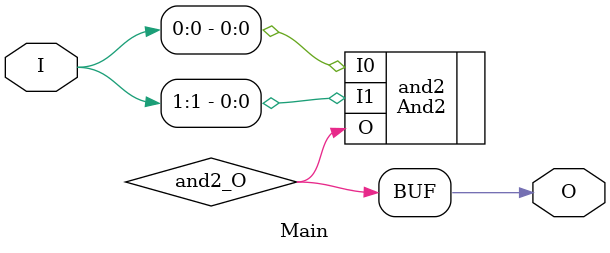
<source format=v>
module Main (input [1:0] I, output  O);
wire  and2_O;
// Instanced at tests/test_circuit/test_define.py:36
// Argument I0(I[0]) wired at tests/test_circuit/test_define.py:37
// Argument I1(I[1]) wired at tests/test_circuit/test_define.py:38
// Argument O(and2_O) wired at tests/test_circuit/test_define.py:39
And2 and2 (.I0(I[0]), .I1(I[1]), .O(and2_O));
// Wired at tests/test_circuit/test_define.py:39
assign O = and2_O;
endmodule


</source>
